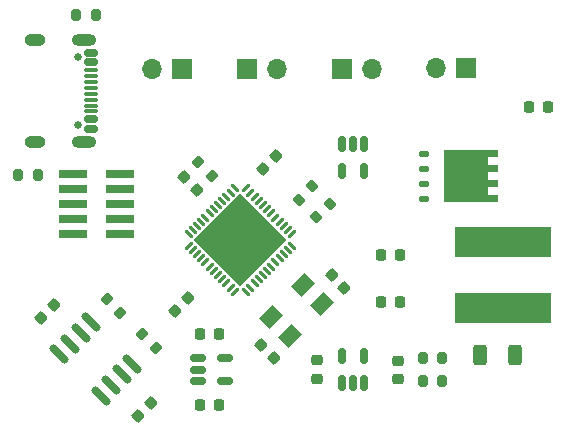
<source format=gbr>
%TF.GenerationSoftware,KiCad,Pcbnew,8.0.1*%
%TF.CreationDate,2024-06-13T11:44:26+10:00*%
%TF.ProjectId,CLD,434c442e-6b69-4636-9164-5f7063625858,rev?*%
%TF.SameCoordinates,Original*%
%TF.FileFunction,Soldermask,Top*%
%TF.FilePolarity,Negative*%
%FSLAX46Y46*%
G04 Gerber Fmt 4.6, Leading zero omitted, Abs format (unit mm)*
G04 Created by KiCad (PCBNEW 8.0.1) date 2024-06-13 11:44:26*
%MOMM*%
%LPD*%
G01*
G04 APERTURE LIST*
G04 Aperture macros list*
%AMRoundRect*
0 Rectangle with rounded corners*
0 $1 Rounding radius*
0 $2 $3 $4 $5 $6 $7 $8 $9 X,Y pos of 4 corners*
0 Add a 4 corners polygon primitive as box body*
4,1,4,$2,$3,$4,$5,$6,$7,$8,$9,$2,$3,0*
0 Add four circle primitives for the rounded corners*
1,1,$1+$1,$2,$3*
1,1,$1+$1,$4,$5*
1,1,$1+$1,$6,$7*
1,1,$1+$1,$8,$9*
0 Add four rect primitives between the rounded corners*
20,1,$1+$1,$2,$3,$4,$5,0*
20,1,$1+$1,$4,$5,$6,$7,0*
20,1,$1+$1,$6,$7,$8,$9,0*
20,1,$1+$1,$8,$9,$2,$3,0*%
%AMRotRect*
0 Rectangle, with rotation*
0 The origin of the aperture is its center*
0 $1 length*
0 $2 width*
0 $3 Rotation angle, in degrees counterclockwise*
0 Add horizontal line*
21,1,$1,$2,0,0,$3*%
%AMFreePoly0*
4,1,17,2.675000,1.605000,1.875000,1.605000,1.875000,0.935000,2.675000,0.935000,2.675000,0.335000,1.875000,0.335000,1.875000,-0.335000,2.675000,-0.335000,2.675000,-0.935000,1.875000,-0.935000,1.875000,-1.605000,2.675000,-1.605000,2.675000,-2.205000,-1.875000,-2.205000,-1.875000,2.205000,2.675000,2.205000,2.675000,1.605000,2.675000,1.605000,$1*%
G04 Aperture macros list end*
%ADD10FreePoly0,0.000000*%
%ADD11RoundRect,0.125000X-0.300000X-0.125000X0.300000X-0.125000X0.300000X0.125000X-0.300000X0.125000X0*%
%ADD12RoundRect,0.200000X0.053033X-0.335876X0.335876X-0.053033X-0.053033X0.335876X-0.335876X0.053033X0*%
%ADD13R,1.700000X1.700000*%
%ADD14O,1.700000X1.700000*%
%ADD15RoundRect,0.225000X-0.250000X0.225000X-0.250000X-0.225000X0.250000X-0.225000X0.250000X0.225000X0*%
%ADD16RoundRect,0.225000X0.017678X-0.335876X0.335876X-0.017678X-0.017678X0.335876X-0.335876X0.017678X0*%
%ADD17RoundRect,0.200000X-0.200000X-0.275000X0.200000X-0.275000X0.200000X0.275000X-0.200000X0.275000X0*%
%ADD18RoundRect,0.225000X-0.335876X-0.017678X-0.017678X-0.335876X0.335876X0.017678X0.017678X0.335876X0*%
%ADD19C,0.650000*%
%ADD20RoundRect,0.150000X-0.425000X0.150000X-0.425000X-0.150000X0.425000X-0.150000X0.425000X0.150000X0*%
%ADD21RoundRect,0.075000X-0.500000X0.075000X-0.500000X-0.075000X0.500000X-0.075000X0.500000X0.075000X0*%
%ADD22O,2.100000X1.000000*%
%ADD23O,1.800000X1.000000*%
%ADD24RoundRect,0.218750X0.218750X0.256250X-0.218750X0.256250X-0.218750X-0.256250X0.218750X-0.256250X0*%
%ADD25RoundRect,0.200000X0.335876X0.053033X0.053033X0.335876X-0.335876X-0.053033X-0.053033X-0.335876X0*%
%ADD26RoundRect,0.150000X-0.689429X0.477297X0.477297X-0.689429X0.689429X-0.477297X-0.477297X0.689429X0*%
%ADD27RoundRect,0.200000X0.200000X0.275000X-0.200000X0.275000X-0.200000X-0.275000X0.200000X-0.275000X0*%
%ADD28RoundRect,0.062500X0.309359X-0.220971X-0.220971X0.309359X-0.309359X0.220971X0.220971X-0.309359X0*%
%ADD29RoundRect,0.062500X0.309359X0.220971X0.220971X0.309359X-0.309359X-0.220971X-0.220971X-0.309359X0*%
%ADD30RotRect,5.600000X5.600000X135.000000*%
%ADD31R,2.400000X0.740000*%
%ADD32RoundRect,0.225000X0.335876X0.017678X0.017678X0.335876X-0.335876X-0.017678X-0.017678X-0.335876X0*%
%ADD33RoundRect,0.150000X-0.150000X0.512500X-0.150000X-0.512500X0.150000X-0.512500X0.150000X0.512500X0*%
%ADD34RoundRect,0.225000X-0.017678X0.335876X-0.335876X0.017678X0.017678X-0.335876X0.335876X-0.017678X0*%
%ADD35RoundRect,0.150000X0.150000X-0.512500X0.150000X0.512500X-0.150000X0.512500X-0.150000X-0.512500X0*%
%ADD36R,8.200000X2.600000*%
%ADD37RotRect,1.600000X1.300000X45.000000*%
%ADD38RoundRect,0.225000X0.225000X0.250000X-0.225000X0.250000X-0.225000X-0.250000X0.225000X-0.250000X0*%
%ADD39RoundRect,0.225000X0.250000X-0.225000X0.250000X0.225000X-0.250000X0.225000X-0.250000X-0.225000X0*%
%ADD40RoundRect,0.225000X-0.225000X-0.250000X0.225000X-0.250000X0.225000X0.250000X-0.225000X0.250000X0*%
%ADD41RoundRect,0.218750X-0.218750X-0.256250X0.218750X-0.256250X0.218750X0.256250X-0.218750X0.256250X0*%
%ADD42RoundRect,0.150000X-0.512500X-0.150000X0.512500X-0.150000X0.512500X0.150000X-0.512500X0.150000X0*%
%ADD43RoundRect,0.250000X0.312500X0.625000X-0.312500X0.625000X-0.312500X-0.625000X0.312500X-0.625000X0*%
G04 APERTURE END LIST*
D10*
%TO.C,Q1*%
X109550000Y-60615000D03*
D11*
X106000000Y-58710000D03*
X106000000Y-59980000D03*
X106000000Y-61250000D03*
X106000000Y-62520000D03*
%TD*%
D12*
%TO.C,R4*%
X96906586Y-64103464D03*
X98073312Y-62936738D03*
%TD*%
D13*
%TO.C,J3*%
X91008333Y-51512500D03*
D14*
X93548333Y-51512500D03*
%TD*%
D15*
%TO.C,C7*%
X97000000Y-76200000D03*
X97000000Y-77750000D03*
%TD*%
D16*
%TO.C,C1*%
X81826769Y-80924982D03*
X82922785Y-79828966D03*
%TD*%
D17*
%TO.C,R9*%
X76600000Y-47000000D03*
X78250000Y-47000000D03*
%TD*%
D18*
%TO.C,C4*%
X92201992Y-74951992D03*
X93298008Y-76048008D03*
%TD*%
D19*
%TO.C,J6*%
X76750000Y-50500000D03*
X76750000Y-56280000D03*
D20*
X77825000Y-50190000D03*
X77825000Y-50990000D03*
D21*
X77825000Y-52140000D03*
X77825000Y-53140000D03*
X77825000Y-53640000D03*
X77825000Y-54640000D03*
D20*
X77825000Y-55790000D03*
X77825000Y-56590000D03*
X77825000Y-56590000D03*
X77825000Y-55790000D03*
D21*
X77825000Y-55140000D03*
X77825000Y-54140000D03*
X77825000Y-52640000D03*
X77825000Y-51640000D03*
D20*
X77825000Y-50990000D03*
X77825000Y-50190000D03*
D22*
X77250000Y-49070000D03*
D23*
X73070000Y-49070000D03*
D22*
X77250000Y-57710000D03*
D23*
X73070000Y-57710000D03*
%TD*%
D16*
%TO.C,C11*%
X73624011Y-72646169D03*
X74720027Y-71550153D03*
%TD*%
D13*
%TO.C,J4*%
X85525000Y-51500000D03*
D14*
X82985000Y-51500000D03*
%TD*%
D24*
%TO.C,D1*%
X104000000Y-67250000D03*
X102424998Y-67250000D03*
%TD*%
D25*
%TO.C,R6*%
X83333363Y-75185337D03*
X82166637Y-74018611D03*
%TD*%
D26*
%TO.C,U4*%
X77846949Y-73004846D03*
X76948924Y-73902872D03*
X76050898Y-74800898D03*
X75152872Y-75698923D03*
X78653051Y-79199102D03*
X79551076Y-78301076D03*
X80449102Y-77403050D03*
X81347128Y-76505025D03*
%TD*%
D12*
%TO.C,R3*%
X95406586Y-62603464D03*
X96573312Y-61436738D03*
%TD*%
D16*
%TO.C,C9*%
X92438128Y-60021313D03*
X93534144Y-58925297D03*
%TD*%
D27*
%TO.C,R7*%
X107575000Y-76000000D03*
X105925000Y-76000000D03*
%TD*%
%TO.C,R2*%
X107575000Y-78000000D03*
X105925000Y-78000000D03*
%TD*%
D28*
%TO.C,U1*%
X90976085Y-70395324D03*
X91329638Y-70041771D03*
X91683192Y-69688217D03*
X92036745Y-69334664D03*
X92390298Y-68981111D03*
X92743852Y-68627557D03*
X93097405Y-68274004D03*
X93450959Y-67920450D03*
X93804512Y-67566897D03*
X94158065Y-67213344D03*
X94511619Y-66859790D03*
X94865172Y-66506237D03*
D29*
X94865172Y-65533965D03*
X94511619Y-65180412D03*
X94158065Y-64826858D03*
X93804512Y-64473305D03*
X93450959Y-64119752D03*
X93097405Y-63766198D03*
X92743852Y-63412645D03*
X92390298Y-63059091D03*
X92036745Y-62705538D03*
X91683192Y-62351985D03*
X91329638Y-61998431D03*
X90976085Y-61644878D03*
D28*
X90003813Y-61644878D03*
X89650260Y-61998431D03*
X89296706Y-62351985D03*
X88943153Y-62705538D03*
X88589600Y-63059091D03*
X88236046Y-63412645D03*
X87882493Y-63766198D03*
X87528939Y-64119752D03*
X87175386Y-64473305D03*
X86821833Y-64826858D03*
X86468279Y-65180412D03*
X86114726Y-65533965D03*
D29*
X86114726Y-66506237D03*
X86468279Y-66859790D03*
X86821833Y-67213344D03*
X87175386Y-67566897D03*
X87528939Y-67920450D03*
X87882493Y-68274004D03*
X88236046Y-68627557D03*
X88589600Y-68981111D03*
X88943153Y-69334664D03*
X89296706Y-69688217D03*
X89650260Y-70041771D03*
X90003813Y-70395324D03*
D30*
X90489949Y-66020101D03*
%TD*%
D31*
%TO.C,J5*%
X80250000Y-65540000D03*
X76350000Y-65540000D03*
X80250000Y-64270000D03*
X76350000Y-64270000D03*
X80250000Y-63000000D03*
X76350000Y-63000000D03*
X80250000Y-61730000D03*
X76350000Y-61730000D03*
X80250000Y-60460000D03*
X76350000Y-60460000D03*
%TD*%
D25*
%TO.C,R5*%
X80333363Y-72185337D03*
X79166637Y-71018611D03*
%TD*%
D17*
%TO.C,R10*%
X71675000Y-60500000D03*
X73325000Y-60500000D03*
%TD*%
D25*
%TO.C,R8*%
X88073312Y-60603464D03*
X86906586Y-59436738D03*
%TD*%
D24*
%TO.C,D2*%
X104000000Y-71250000D03*
X102424998Y-71250000D03*
%TD*%
D32*
%TO.C,C5*%
X99298008Y-70048008D03*
X98201992Y-68951992D03*
%TD*%
%TO.C,C6*%
X86798008Y-61798008D03*
X85701992Y-60701992D03*
%TD*%
D33*
%TO.C,U2*%
X100949999Y-57862500D03*
X100000000Y-57862500D03*
X99050001Y-57862500D03*
X99050001Y-60137500D03*
X100949999Y-60137500D03*
%TD*%
D13*
%TO.C,J1*%
X109624999Y-51475000D03*
D14*
X107084999Y-51475000D03*
%TD*%
D34*
%TO.C,C8*%
X86048008Y-70951992D03*
X84951992Y-72048008D03*
%TD*%
D35*
%TO.C,U3*%
X99050000Y-78137500D03*
X100000000Y-78137500D03*
X100950000Y-78137500D03*
X100950000Y-75862500D03*
X99050000Y-75862500D03*
%TD*%
D36*
%TO.C,L1*%
X112750000Y-66200000D03*
X112750000Y-71800000D03*
%TD*%
D37*
%TO.C,Y2*%
X94719670Y-74156676D03*
X97406676Y-71469670D03*
X95780330Y-69843324D03*
X93093324Y-72530330D03*
%TD*%
D13*
%TO.C,J2*%
X99091666Y-51537500D03*
D14*
X101631666Y-51537500D03*
%TD*%
D38*
%TO.C,C3*%
X88650000Y-80000000D03*
X87100000Y-80000000D03*
%TD*%
D39*
%TO.C,C13*%
X103825000Y-77775000D03*
X103825000Y-76225000D03*
%TD*%
D40*
%TO.C,C2*%
X87100000Y-74000000D03*
X88650000Y-74000000D03*
%TD*%
D41*
%TO.C,D3*%
X114962499Y-54750000D03*
X116537501Y-54750000D03*
%TD*%
D42*
%TO.C,U5*%
X86875000Y-76050000D03*
X86875000Y-77000000D03*
X86875000Y-77950000D03*
X89150000Y-77950000D03*
X89150000Y-76050000D03*
%TD*%
D43*
%TO.C,R1*%
X113712500Y-75750000D03*
X110787500Y-75750000D03*
%TD*%
M02*

</source>
